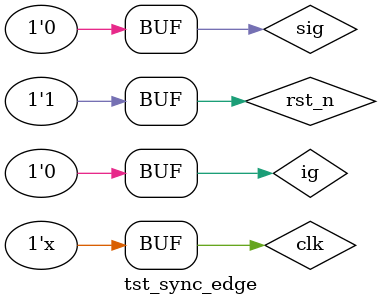
<source format=v>
module tst_sync_edge();
    reg clk,rst_n,sig;
    wire rise_edge,fall_edge,sig_edge;

    sync_edge inst(clk,rst_n,sig,rise_edge,fall_edge,sig_edge);

    initial begin
        clk=0;
        rst_n=0;
        sig=0;
        #2 rst_n=1;
        #1 #0sig=1;
        #6 #0sig=0;
    end

    always #1 clk=~clk;

endmodule
</source>
